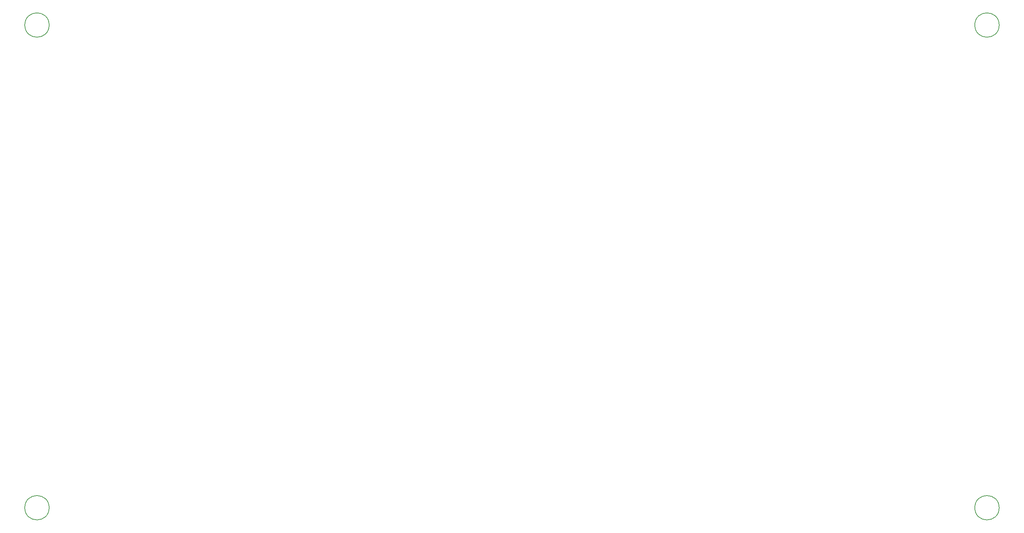
<source format=gko>
G04 Layer_Color=16711935*
%FSLAX43Y43*%
%MOMM*%
G71*
G01*
G75*
%ADD13C,0.200*%
D13*
X250000Y122000D02*
G03*
X250000Y122000I-3000J0D01*
G01*
Y3000D02*
G03*
X250000Y3000I-3000J0D01*
G01*
X16000D02*
G03*
X16000Y3000I-3000J0D01*
G01*
Y122000D02*
G03*
X16000Y122000I-3000J0D01*
G01*
M02*

</source>
